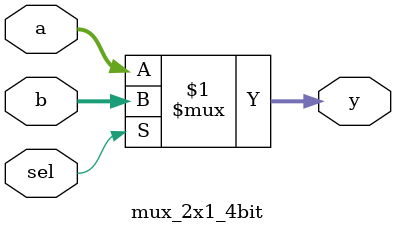
<source format=v>
module mux_2x1_4bit (
    input [3:0] a,
    input [3:0] b,
    input sel,
    output [3:0] y
);
    // for sel = 0, output a and for sel = 1, output b
    assign y = sel ? b : a;
    
endmodule

</source>
